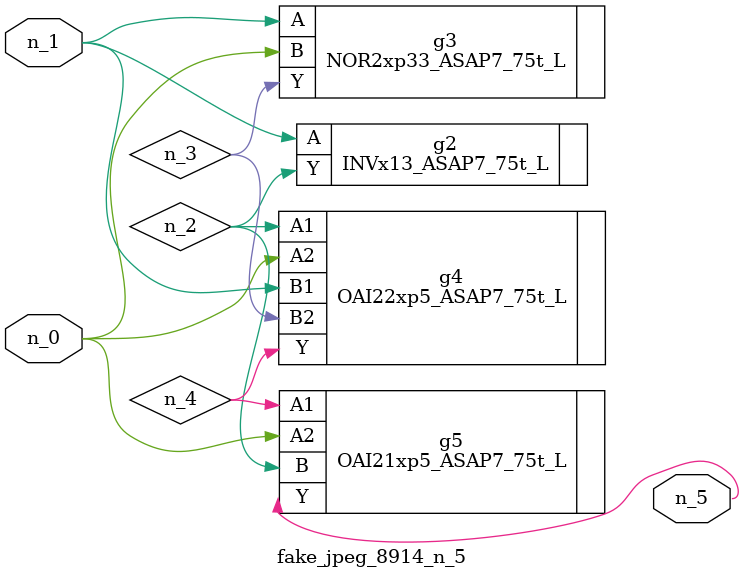
<source format=v>
module fake_jpeg_8914_n_5 (n_0, n_1, n_5);

input n_0;
input n_1;

output n_5;

wire n_3;
wire n_2;
wire n_4;

INVx13_ASAP7_75t_L g2 ( 
.A(n_1),
.Y(n_2)
);

NOR2xp33_ASAP7_75t_L g3 ( 
.A(n_1),
.B(n_0),
.Y(n_3)
);

OAI22xp5_ASAP7_75t_L g4 ( 
.A1(n_2),
.A2(n_0),
.B1(n_1),
.B2(n_3),
.Y(n_4)
);

OAI21xp5_ASAP7_75t_L g5 ( 
.A1(n_4),
.A2(n_0),
.B(n_2),
.Y(n_5)
);


endmodule
</source>
